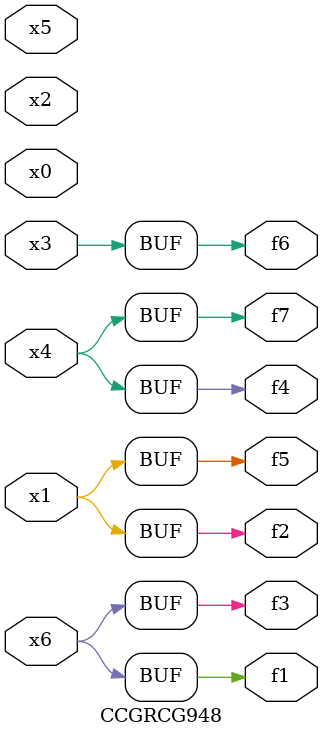
<source format=v>
module CCGRCG948(
	input x0, x1, x2, x3, x4, x5, x6,
	output f1, f2, f3, f4, f5, f6, f7
);
	assign f1 = x6;
	assign f2 = x1;
	assign f3 = x6;
	assign f4 = x4;
	assign f5 = x1;
	assign f6 = x3;
	assign f7 = x4;
endmodule

</source>
